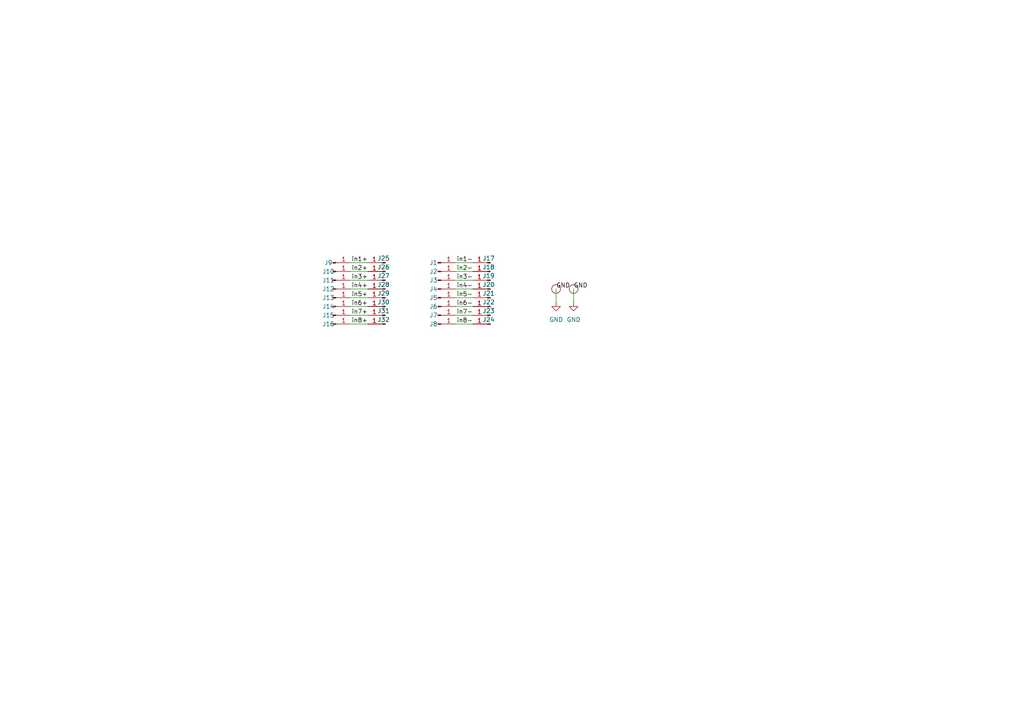
<source format=kicad_sch>
(kicad_sch (version 20231120) (generator "eeschema") (generator_version "8.0")
  (paper "A4")
  (lib_symbols
    (symbol "00_custom:smd_insert" (pin_numbers hide) (pin_names (offset 0) hide)
      (symbol "smd_insert_0_1"
        (circle (center 0 0) (radius 1.27))
      )
      (symbol "smd_insert_1_1"
        (pin power_in line (at 0 0 180) (length 0) (name "conn") (number "1"))
      )
    )
    (symbol "Connector:Conn_01x01_Pin" (pin_names (offset 1.016) hide)
      (property "Reference" "J" (at 0 2.54 0))
      (property "Value" "Conn_01x01_Pin" (at 0 -2.54 0))
      (symbol "Conn_01x01_Pin_1_1"
        (polyline (pts (xy 1.27 0) (xy 0.8636 0)) (stroke (width 0.1524)))
        (rectangle (start 0.8636 0.127) (end 0 -0.127) (stroke (width 0.1524)) (fill (type outline)))
        (pin passive line (at 5.08 0 180) (length 3.81) (name "Pin_1") (number "1"))
      )
    )
    (symbol "power:GND" (power) (pin_names (offset 0))
      (property "Value" "GND" (at 0 -3.81 0))
      (symbol "GND_0_1"
        (polyline (pts (xy 0 0) (xy 0 -1.27) (xy 1.27 -1.27) (xy 0 -2.54) (xy -1.27 -1.27) (xy 0 -1.27)))
      )
      (symbol "GND_1_1"
        (pin power_in line (at 0 0 270) (length 0) hide (name "GND") (number "1"))
      )
    )
  )
  (wire (pts (xy 132.08 93.98) (xy 137.16 93.98)))
  (wire (pts (xy 101.6 86.36) (xy 106.68 86.36)))
  (wire (pts (xy 166.37 83.82) (xy 166.37 87.63)))
  (wire (pts (xy 132.08 88.9) (xy 137.16 88.9)))
  (wire (pts (xy 132.08 86.36) (xy 137.16 86.36)))
  (wire (pts (xy 101.6 76.2) (xy 106.68 76.2)))
  (wire (pts (xy 132.08 81.28) (xy 137.16 81.28)))
  (wire (pts (xy 101.6 81.28) (xy 106.68 81.28)))
  (wire (pts (xy 132.08 91.44) (xy 137.16 91.44)))
  (wire (pts (xy 132.08 76.2) (xy 137.16 76.2)))
  (wire (pts (xy 101.6 83.82) (xy 106.68 83.82)))
  (wire (pts (xy 161.29 83.82) (xy 161.29 87.63)))
  (wire (pts (xy 101.6 93.98) (xy 106.68 93.98)))
  (wire (pts (xy 101.6 78.74) (xy 106.68 78.74)))
  (wire (pts (xy 101.6 91.44) (xy 106.68 91.44)))
  (wire (pts (xy 101.6 88.9) (xy 106.68 88.9)))
  (wire (pts (xy 132.08 78.74) (xy 137.16 78.74)))
  (wire (pts (xy 132.08 83.82) (xy 137.16 83.82)))
  (label "in3+" (at 106.68 81.28 180))
  (label "in8-" (at 137.16 93.98 180))
  (label "in4+" (at 106.68 83.82 180))
  (label "in5+" (at 106.68 86.36 180))
  (label "in6+" (at 106.68 88.9 180))
  (label "in2-" (at 137.16 78.74 180))
  (label "in3-" (at 137.16 81.28 180))
  (label "in4-" (at 137.16 83.82 180))
  (label "GND" (at 166.37 83.82 0))
  (label "in6-" (at 137.16 88.9 180))
  (label "GND" (at 161.29 83.82 0))
  (label "in8+" (at 106.68 93.98 180))
  (label "in1-" (at 137.16 76.2 180))
  (label "in5-" (at 137.16 86.36 180))
  (label "in2+" (at 106.68 78.74 180))
  (label "in7+" (at 106.68 91.44 180))
  (label "in1+" (at 106.68 76.2 180))
  (label "in7-" (at 137.16 91.44 180))
  (symbol (lib_id "Connector:Conn_01x01_Pin") (at 127 78.74 0) (unit 1)
    (property "Reference" "J2" (at 125.73 78.74 0))
    (property "Value" "Conn_01x01_Pin" (effects (hide yes)))
    (property "Footprint" "00_custom-footprints:SolderWirePad_1x01_SMD_1x2mm" (effects (hide yes)))
  )
  (symbol (lib_id "Connector:Conn_01x01_Pin") (at 142.24 86.36 0) (mirror y) (unit 1)
    (property "Reference" "J21" (at 141.732 85.09 0))
    (property "Value" "Conn_01x01_Pin" (effects (hide yes)))
    (property "Footprint" "00_custom-footprints:Pin_D1.2mm_pogo" (effects (hide yes)))
    (property "Description" "Generic connector, single row, 01x01, script generated" (effects (hide yes)))
  )
  (symbol (lib_id "Connector:Conn_01x01_Pin") (at 111.76 91.44 0) (mirror y) (unit 1)
    (property "Reference" "J31" (at 111.252 90.17 0))
    (property "Value" "Conn_01x01_Pin" (effects (hide yes)))
    (property "Footprint" "00_custom-footprints:Pin_D1.2mm_pogo" (effects (hide yes)))
    (property "Description" "Generic connector, single row, 01x01, script generated" (effects (hide yes)))
  )
  (symbol (lib_id "Connector:Conn_01x01_Pin") (at 96.52 81.28 0) (unit 1)
    (property "Reference" "J11" (at 95.25 81.28 0))
    (property "Value" "Conn_01x01_Pin" (effects (hide yes)))
    (property "Footprint" "00_custom-footprints:SolderWirePad_1x01_SMD_1x2mm" (effects (hide yes)))
  )
  (symbol (lib_id "Connector:Conn_01x01_Pin") (at 142.24 93.98 0) (mirror y) (unit 1)
    (property "Reference" "J24" (at 141.732 92.71 0))
    (property "Value" "Conn_01x01_Pin" (effects (hide yes)))
    (property "Footprint" "00_custom-footprints:Pin_D1.2mm_pogo" (effects (hide yes)))
    (property "Description" "Generic connector, single row, 01x01, script generated" (effects (hide yes)))
  )
  (symbol (lib_id "Connector:Conn_01x01_Pin") (at 127 81.28 0) (unit 1)
    (property "Reference" "J3" (at 125.73 81.28 0))
    (property "Value" "Conn_01x01_Pin" (effects (hide yes)))
    (property "Footprint" "00_custom-footprints:SolderWirePad_1x01_SMD_1x2mm" (effects (hide yes)))
  )
  (symbol (lib_id "Connector:Conn_01x01_Pin") (at 142.24 83.82 0) (mirror y) (unit 1)
    (property "Reference" "J20" (at 141.732 82.55 0))
    (property "Value" "Conn_01x01_Pin" (effects (hide yes)))
    (property "Footprint" "00_custom-footprints:Pin_D1.2mm_pogo" (effects (hide yes)))
    (property "Description" "Generic connector, single row, 01x01, script generated" (effects (hide yes)))
  )
  (symbol (lib_id "Connector:Conn_01x01_Pin") (at 142.24 78.74 0) (mirror y) (unit 1)
    (property "Reference" "J18" (at 141.732 77.47 0))
    (property "Value" "Conn_01x01_Pin" (effects (hide yes)))
    (property "Footprint" "00_custom-footprints:Pin_D1.2mm_pogo" (effects (hide yes)))
    (property "Description" "Generic connector, single row, 01x01, script generated" (effects (hide yes)))
  )
  (symbol (lib_id "Connector:Conn_01x01_Pin") (at 111.76 78.74 0) (mirror y) (unit 1)
    (property "Reference" "J26" (at 111.252 77.47 0))
    (property "Value" "Conn_01x01_Pin" (effects (hide yes)))
    (property "Footprint" "00_custom-footprints:Pin_D1.2mm_pogo" (effects (hide yes)))
    (property "Description" "Generic connector, single row, 01x01, script generated" (effects (hide yes)))
  )
  (symbol (lib_id "Connector:Conn_01x01_Pin") (at 96.52 86.36 0) (unit 1)
    (property "Reference" "J13" (at 95.25 86.36 0))
    (property "Value" "Conn_01x01_Pin" (effects (hide yes)))
    (property "Footprint" "00_custom-footprints:SolderWirePad_1x01_SMD_1x2mm" (effects (hide yes)))
  )
  (symbol (lib_id "Connector:Conn_01x01_Pin") (at 142.24 91.44 0) (mirror y) (unit 1)
    (property "Reference" "J23" (at 141.732 90.17 0))
    (property "Value" "Conn_01x01_Pin" (effects (hide yes)))
    (property "Footprint" "00_custom-footprints:Pin_D1.2mm_pogo" (effects (hide yes)))
    (property "Description" "Generic connector, single row, 01x01, script generated" (effects (hide yes)))
  )
  (symbol (lib_id "Connector:Conn_01x01_Pin") (at 111.76 88.9 0) (mirror y) (unit 1)
    (property "Reference" "J30" (at 111.252 87.63 0))
    (property "Value" "Conn_01x01_Pin" (effects (hide yes)))
    (property "Footprint" "00_custom-footprints:Pin_D1.2mm_pogo" (effects (hide yes)))
    (property "Description" "Generic connector, single row, 01x01, script generated" (effects (hide yes)))
  )
  (symbol (lib_id "power:GND") (at 166.37 87.63 0) (unit 1)
    (property "Reference" "#PWR04" (effects (hide yes)))
    (property "Value" "GND" (at 166.37 92.71 0))
  )
  (symbol (lib_id "Connector:Conn_01x01_Pin") (at 127 83.82 0) (unit 1)
    (property "Reference" "J4" (at 125.73 83.82 0))
    (property "Value" "Conn_01x01_Pin" (effects (hide yes)))
    (property "Footprint" "00_custom-footprints:SolderWirePad_1x01_SMD_1x2mm" (effects (hide yes)))
  )
  (symbol (lib_id "Connector:Conn_01x01_Pin") (at 111.76 83.82 0) (mirror y) (unit 1)
    (property "Reference" "J28" (at 111.252 82.55 0))
    (property "Value" "Conn_01x01_Pin" (effects (hide yes)))
    (property "Footprint" "00_custom-footprints:Pin_D1.2mm_pogo" (effects (hide yes)))
    (property "Description" "Generic connector, single row, 01x01, script generated" (effects (hide yes)))
  )
  (symbol (lib_id "00_custom:smd_insert") (at 161.29 83.82 0) (unit 1)
    (property "Reference" "I3" (effects (hide yes)))
    (property "Value" "smd_insert" (effects (hide yes)))
    (property "Footprint" "00_custom-footprints:insert_1.2mm" (effects (hide yes)))
  )
  (symbol (lib_id "Connector:Conn_01x01_Pin") (at 142.24 76.2 0) (mirror y) (unit 1)
    (property "Reference" "J17" (at 141.732 74.93 0))
    (property "Value" "Conn_01x01_Pin" (effects (hide yes)))
    (property "Footprint" "00_custom-footprints:Pin_D1.2mm_pogo" (effects (hide yes)))
    (property "Description" "Generic connector, single row, 01x01, script generated" (effects (hide yes)))
  )
  (symbol (lib_id "Connector:Conn_01x01_Pin") (at 111.76 93.98 0) (mirror y) (unit 1)
    (property "Reference" "J32" (at 111.252 92.71 0))
    (property "Value" "Conn_01x01_Pin" (effects (hide yes)))
    (property "Footprint" "00_custom-footprints:Pin_D1.2mm_pogo" (effects (hide yes)))
    (property "Description" "Generic connector, single row, 01x01, script generated" (effects (hide yes)))
  )
  (symbol (lib_id "00_custom:smd_insert") (at 166.37 83.82 0) (unit 1)
    (property "Reference" "I4" (effects (hide yes)))
    (property "Value" "smd_insert" (effects (hide yes)))
    (property "Footprint" "00_custom-footprints:insert_1.2mm" (effects (hide yes)))
  )
  (symbol (lib_id "Connector:Conn_01x01_Pin") (at 127 76.2 0) (unit 1)
    (property "Reference" "J1" (at 125.73 76.2 0))
    (property "Value" "Conn_01x01_Pin" (effects (hide yes)))
    (property "Footprint" "00_custom-footprints:SolderWirePad_1x01_SMD_1x2mm" (effects (hide yes)))
  )
  (symbol (lib_id "Connector:Conn_01x01_Pin") (at 111.76 76.2 0) (mirror y) (unit 1)
    (property "Reference" "J25" (at 111.252 74.93 0))
    (property "Value" "Conn_01x01_Pin" (effects (hide yes)))
    (property "Footprint" "00_custom-footprints:Pin_D1.2mm_pogo" (effects (hide yes)))
    (property "Description" "Generic connector, single row, 01x01, script generated" (effects (hide yes)))
  )
  (symbol (lib_id "Connector:Conn_01x01_Pin") (at 96.52 83.82 0) (unit 1)
    (property "Reference" "J12" (at 95.25 83.82 0))
    (property "Value" "Conn_01x01_Pin" (effects (hide yes)))
    (property "Footprint" "00_custom-footprints:SolderWirePad_1x01_SMD_1x2mm" (effects (hide yes)))
  )
  (symbol (lib_id "Connector:Conn_01x01_Pin") (at 142.24 81.28 0) (mirror y) (unit 1)
    (property "Reference" "J19" (at 141.732 80.01 0))
    (property "Value" "Conn_01x01_Pin" (effects (hide yes)))
    (property "Footprint" "00_custom-footprints:Pin_D1.2mm_pogo" (effects (hide yes)))
    (property "Description" "Generic connector, single row, 01x01, script generated" (effects (hide yes)))
  )
  (symbol (lib_id "Connector:Conn_01x01_Pin") (at 96.52 91.44 0) (unit 1)
    (property "Reference" "J15" (at 95.25 91.44 0))
    (property "Value" "Conn_01x01_Pin" (effects (hide yes)))
    (property "Footprint" "00_custom-footprints:SolderWirePad_1x01_SMD_1x2mm" (effects (hide yes)))
  )
  (symbol (lib_id "Connector:Conn_01x01_Pin") (at 127 86.36 0) (unit 1)
    (property "Reference" "J5" (at 125.73 86.36 0))
    (property "Value" "Conn_01x01_Pin" (effects (hide yes)))
    (property "Footprint" "00_custom-footprints:SolderWirePad_1x01_SMD_1x2mm" (effects (hide yes)))
  )
  (symbol (lib_id "Connector:Conn_01x01_Pin") (at 96.52 93.98 0) (unit 1)
    (property "Reference" "J16" (at 95.25 93.98 0))
    (property "Value" "Conn_01x01_Pin" (effects (hide yes)))
    (property "Footprint" "00_custom-footprints:SolderWirePad_1x01_SMD_1x2mm" (effects (hide yes)))
  )
  (symbol (lib_id "Connector:Conn_01x01_Pin") (at 127 93.98 0) (unit 1)
    (property "Reference" "J8" (at 125.73 93.98 0))
    (property "Value" "Conn_01x01_Pin" (effects (hide yes)))
    (property "Footprint" "00_custom-footprints:SolderWirePad_1x01_SMD_1x2mm" (effects (hide yes)))
  )
  (symbol (lib_id "Connector:Conn_01x01_Pin") (at 142.24 88.9 0) (mirror y) (unit 1)
    (property "Reference" "J22" (at 141.732 87.63 0))
    (property "Value" "Conn_01x01_Pin" (effects (hide yes)))
    (property "Footprint" "00_custom-footprints:Pin_D1.2mm_pogo" (effects (hide yes)))
    (property "Description" "Generic connector, single row, 01x01, script generated" (effects (hide yes)))
  )
  (symbol (lib_id "Connector:Conn_01x01_Pin") (at 127 91.44 0) (unit 1)
    (property "Reference" "J7" (at 125.73 91.44 0))
    (property "Value" "Conn_01x01_Pin" (effects (hide yes)))
    (property "Footprint" "00_custom-footprints:SolderWirePad_1x01_SMD_1x2mm" (effects (hide yes)))
  )
  (symbol (lib_id "Connector:Conn_01x01_Pin") (at 96.52 76.2 0) (unit 1)
    (property "Reference" "J9" (at 95.25 76.2 0))
    (property "Value" "Conn_01x01_Pin" (effects (hide yes)))
    (property "Footprint" "00_custom-footprints:SolderWirePad_1x01_SMD_1x2mm" (effects (hide yes)))
  )
  (symbol (lib_id "Connector:Conn_01x01_Pin") (at 111.76 86.36 0) (mirror y) (unit 1)
    (property "Reference" "J29" (at 111.252 85.09 0))
    (property "Value" "Conn_01x01_Pin" (effects (hide yes)))
    (property "Footprint" "00_custom-footprints:Pin_D1.2mm_pogo" (effects (hide yes)))
    (property "Description" "Generic connector, single row, 01x01, script generated" (effects (hide yes)))
  )
  (symbol (lib_id "Connector:Conn_01x01_Pin") (at 127 88.9 0) (unit 1)
    (property "Reference" "J6" (at 125.73 88.9 0))
    (property "Value" "Conn_01x01_Pin" (effects (hide yes)))
    (property "Footprint" "00_custom-footprints:SolderWirePad_1x01_SMD_1x2mm" (effects (hide yes)))
  )
  (symbol (lib_id "Connector:Conn_01x01_Pin") (at 96.52 88.9 0) (unit 1)
    (property "Reference" "J14" (at 95.25 88.9 0))
    (property "Value" "Conn_01x01_Pin" (effects (hide yes)))
    (property "Footprint" "00_custom-footprints:SolderWirePad_1x01_SMD_1x2mm" (effects (hide yes)))
  )
  (symbol (lib_id "Connector:Conn_01x01_Pin") (at 96.52 78.74 0) (unit 1)
    (property "Reference" "J10" (at 95.25 78.74 0))
    (property "Value" "Conn_01x01_Pin" (effects (hide yes)))
    (property "Footprint" "00_custom-footprints:SolderWirePad_1x01_SMD_1x2mm" (effects (hide yes)))
  )
  (symbol (lib_id "power:GND") (at 161.29 87.63 0) (unit 1)
    (property "Reference" "#PWR03" (effects (hide yes)))
    (property "Value" "GND" (at 161.29 92.71 0))
  )
  (symbol (lib_id "Connector:Conn_01x01_Pin") (at 111.76 81.28 0) (mirror y) (unit 1)
    (property "Reference" "J27" (at 111.252 80.01 0))
    (property "Value" "Conn_01x01_Pin" (effects (hide yes)))
    (property "Footprint" "00_custom-footprints:Pin_D1.2mm_pogo" (effects (hide yes)))
    (property "Description" "Generic connector, single row, 01x01, script generated" (effects (hide yes)))
  )
)
</source>
